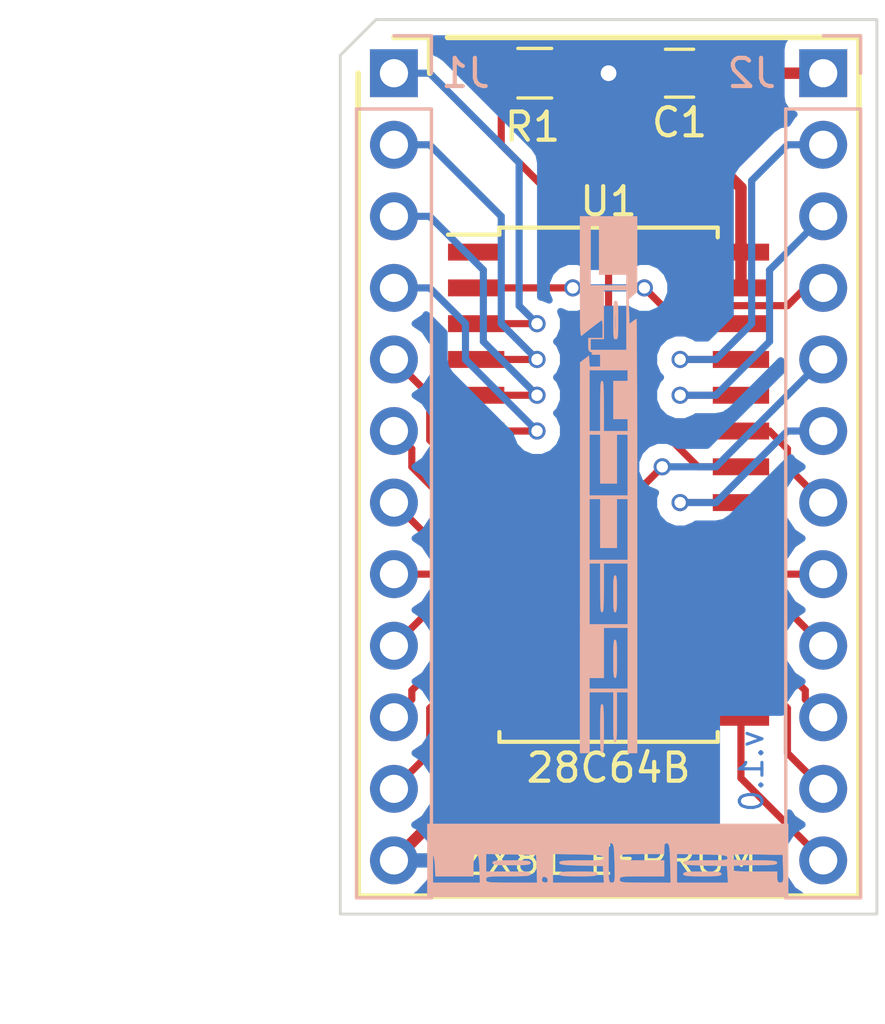
<source format=kicad_pcb>
(kicad_pcb (version 4) (host pcbnew 4.0.7)

  (general
    (links 29)
    (no_connects 0)
    (area 156.794999 99.644999 175.945001 131.495001)
    (thickness 1.6)
    (drawings 15)
    (tracks 121)
    (zones 0)
    (modules 7)
    (nets 28)
  )

  (page A4)
  (title_block
    (title "ZX81 EPROM Adapter (SMD)")
    (date 2018-03-05)
    (rev 1.0)
    (company fatla.eu)
  )

  (layers
    (0 F.Cu signal)
    (31 B.Cu signal)
    (32 B.Adhes user)
    (33 F.Adhes user)
    (34 B.Paste user)
    (35 F.Paste user)
    (36 B.SilkS user)
    (37 F.SilkS user)
    (38 B.Mask user)
    (39 F.Mask user)
    (40 Dwgs.User user)
    (41 Cmts.User user)
    (42 Eco1.User user)
    (43 Eco2.User user)
    (44 Edge.Cuts user)
    (45 Margin user)
    (46 B.CrtYd user)
    (47 F.CrtYd user)
    (48 B.Fab user)
    (49 F.Fab user)
  )

  (setup
    (last_trace_width 0.254)
    (trace_clearance 0.2032)
    (zone_clearance 0.508)
    (zone_45_only no)
    (trace_min 0.2032)
    (segment_width 0.2)
    (edge_width 0.1)
    (via_size 0.6096)
    (via_drill 0.4064)
    (via_min_size 0.4064)
    (via_min_drill 0.3048)
    (uvia_size 0.3)
    (uvia_drill 0.1)
    (uvias_allowed no)
    (uvia_min_size 0.2)
    (uvia_min_drill 0.1)
    (pcb_text_width 0.3)
    (pcb_text_size 1.5 1.5)
    (mod_edge_width 0.15)
    (mod_text_size 1 1)
    (mod_text_width 0.15)
    (pad_size 1.5 1.5)
    (pad_drill 0.6)
    (pad_to_mask_clearance 0)
    (aux_axis_origin 0 0)
    (visible_elements FFFFFF7F)
    (pcbplotparams
      (layerselection 0x00030_80000001)
      (usegerberextensions false)
      (excludeedgelayer true)
      (linewidth 0.100000)
      (plotframeref false)
      (viasonmask false)
      (mode 1)
      (useauxorigin false)
      (hpglpennumber 1)
      (hpglpenspeed 20)
      (hpglpendiameter 15)
      (hpglpenoverlay 2)
      (psnegative false)
      (psa4output false)
      (plotreference true)
      (plotvalue true)
      (plotinvisibletext false)
      (padsonsilk false)
      (subtractmaskfromsilk false)
      (outputformat 1)
      (mirror false)
      (drillshape 1)
      (scaleselection 1)
      (outputdirectory ""))
  )

  (net 0 "")
  (net 1 VCC)
  (net 2 GND)
  (net 3 A7)
  (net 4 A6)
  (net 5 A5)
  (net 6 A4)
  (net 7 A3)
  (net 8 A2)
  (net 9 A1)
  (net 10 A0)
  (net 11 D0)
  (net 12 D1)
  (net 13 D2)
  (net 14 A8)
  (net 15 A9)
  (net 16 A12)
  (net 17 ~CS~)
  (net 18 A10)
  (net 19 A11)
  (net 20 D7)
  (net 21 D6)
  (net 22 D5)
  (net 23 D4)
  (net 24 D3)
  (net 25 /~CE~)
  (net 26 "Net-(U1-Pad1)")
  (net 27 "Net-(U1-Pad26)")

  (net_class Default "This is the default net class."
    (clearance 0.2032)
    (trace_width 0.254)
    (via_dia 0.6096)
    (via_drill 0.4064)
    (uvia_dia 0.3)
    (uvia_drill 0.1)
    (add_net /~CE~)
    (add_net A0)
    (add_net A1)
    (add_net A10)
    (add_net A11)
    (add_net A12)
    (add_net A2)
    (add_net A3)
    (add_net A4)
    (add_net A5)
    (add_net A6)
    (add_net A7)
    (add_net A8)
    (add_net A9)
    (add_net D0)
    (add_net D1)
    (add_net D2)
    (add_net D3)
    (add_net D4)
    (add_net D5)
    (add_net D6)
    (add_net D7)
    (add_net "Net-(U1-Pad1)")
    (add_net "Net-(U1-Pad26)")
    (add_net ~CS~)
  )

  (net_class PWR ""
    (clearance 0.2032)
    (trace_width 0.4064)
    (via_dia 0.762)
    (via_drill 0.5588)
    (uvia_dia 0.3)
    (uvia_drill 0.1)
    (add_net GND)
    (add_net VCC)
  )

  (module Pin_Headers:Pin_Header_Straight_1x12_Pitch2.54mm locked (layer B.Cu) (tedit 59650532) (tstamp 5A9D0018)
    (at 173.99 101.6 180)
    (descr "Through hole straight pin header, 1x12, 2.54mm pitch, single row")
    (tags "Through hole pin header THT 1x12 2.54mm single row")
    (path /5A3B6D10)
    (fp_text reference J2 (at 2.54 0 180) (layer B.SilkS)
      (effects (font (size 1 1) (thickness 0.15)) (justify mirror))
    )
    (fp_text value ROM2 (at 0 -30.27 180) (layer B.Fab)
      (effects (font (size 1 1) (thickness 0.15)) (justify mirror))
    )
    (fp_line (start -0.635 1.27) (end 1.27 1.27) (layer B.Fab) (width 0.1))
    (fp_line (start 1.27 1.27) (end 1.27 -29.21) (layer B.Fab) (width 0.1))
    (fp_line (start 1.27 -29.21) (end -1.27 -29.21) (layer B.Fab) (width 0.1))
    (fp_line (start -1.27 -29.21) (end -1.27 0.635) (layer B.Fab) (width 0.1))
    (fp_line (start -1.27 0.635) (end -0.635 1.27) (layer B.Fab) (width 0.1))
    (fp_line (start -1.33 -29.27) (end 1.33 -29.27) (layer B.SilkS) (width 0.12))
    (fp_line (start -1.33 -1.27) (end -1.33 -29.27) (layer B.SilkS) (width 0.12))
    (fp_line (start 1.33 -1.27) (end 1.33 -29.27) (layer B.SilkS) (width 0.12))
    (fp_line (start -1.33 -1.27) (end 1.33 -1.27) (layer B.SilkS) (width 0.12))
    (fp_line (start -1.33 0) (end -1.33 1.33) (layer B.SilkS) (width 0.12))
    (fp_line (start -1.33 1.33) (end 0 1.33) (layer B.SilkS) (width 0.12))
    (fp_line (start -1.8 1.8) (end -1.8 -29.75) (layer B.CrtYd) (width 0.05))
    (fp_line (start -1.8 -29.75) (end 1.8 -29.75) (layer B.CrtYd) (width 0.05))
    (fp_line (start 1.8 -29.75) (end 1.8 1.8) (layer B.CrtYd) (width 0.05))
    (fp_line (start 1.8 1.8) (end -1.8 1.8) (layer B.CrtYd) (width 0.05))
    (fp_text user %R (at 0 -13.97 450) (layer B.Fab)
      (effects (font (size 1 1) (thickness 0.15)) (justify mirror))
    )
    (pad 1 thru_hole rect (at 0 0 180) (size 1.7 1.7) (drill 1) (layers *.Cu *.Mask)
      (net 1 VCC))
    (pad 2 thru_hole oval (at 0 -2.54 180) (size 1.7 1.7) (drill 1) (layers *.Cu *.Mask)
      (net 14 A8))
    (pad 3 thru_hole oval (at 0 -5.08 180) (size 1.7 1.7) (drill 1) (layers *.Cu *.Mask)
      (net 15 A9))
    (pad 4 thru_hole oval (at 0 -7.62 180) (size 1.7 1.7) (drill 1) (layers *.Cu *.Mask)
      (net 16 A12))
    (pad 5 thru_hole oval (at 0 -10.16 180) (size 1.7 1.7) (drill 1) (layers *.Cu *.Mask)
      (net 17 ~CS~))
    (pad 6 thru_hole oval (at 0 -12.7 180) (size 1.7 1.7) (drill 1) (layers *.Cu *.Mask)
      (net 18 A10))
    (pad 7 thru_hole oval (at 0 -15.24 180) (size 1.7 1.7) (drill 1) (layers *.Cu *.Mask)
      (net 19 A11))
    (pad 8 thru_hole oval (at 0 -17.78 180) (size 1.7 1.7) (drill 1) (layers *.Cu *.Mask)
      (net 20 D7))
    (pad 9 thru_hole oval (at 0 -20.32 180) (size 1.7 1.7) (drill 1) (layers *.Cu *.Mask)
      (net 21 D6))
    (pad 10 thru_hole oval (at 0 -22.86 180) (size 1.7 1.7) (drill 1) (layers *.Cu *.Mask)
      (net 22 D5))
    (pad 11 thru_hole oval (at 0 -25.4 180) (size 1.7 1.7) (drill 1) (layers *.Cu *.Mask)
      (net 23 D4))
    (pad 12 thru_hole oval (at 0 -27.94 180) (size 1.7 1.7) (drill 1) (layers *.Cu *.Mask)
      (net 24 D3))
    (model ${KISYS3DMOD}/Pin_Headers.3dshapes/Pin_Header_Straight_1x12_Pitch2.54mm.wrl
      (at (xyz 0 0 0))
      (scale (xyz 1 1 1))
      (rotate (xyz 0 0 0))
    )
  )

  (module Pin_Headers:Pin_Header_Straight_1x12_Pitch2.54mm locked (layer B.Cu) (tedit 59650532) (tstamp 5A9D0008)
    (at 158.75 101.6 180)
    (descr "Through hole straight pin header, 1x12, 2.54mm pitch, single row")
    (tags "Through hole pin header THT 1x12 2.54mm single row")
    (path /5A3B6CC6)
    (fp_text reference J1 (at -2.54 0 180) (layer B.SilkS)
      (effects (font (size 1 1) (thickness 0.15)) (justify mirror))
    )
    (fp_text value ROM1 (at 0 -30.27 180) (layer B.Fab)
      (effects (font (size 1 1) (thickness 0.15)) (justify mirror))
    )
    (fp_line (start -0.635 1.27) (end 1.27 1.27) (layer B.Fab) (width 0.1))
    (fp_line (start 1.27 1.27) (end 1.27 -29.21) (layer B.Fab) (width 0.1))
    (fp_line (start 1.27 -29.21) (end -1.27 -29.21) (layer B.Fab) (width 0.1))
    (fp_line (start -1.27 -29.21) (end -1.27 0.635) (layer B.Fab) (width 0.1))
    (fp_line (start -1.27 0.635) (end -0.635 1.27) (layer B.Fab) (width 0.1))
    (fp_line (start -1.33 -29.27) (end 1.33 -29.27) (layer B.SilkS) (width 0.12))
    (fp_line (start -1.33 -1.27) (end -1.33 -29.27) (layer B.SilkS) (width 0.12))
    (fp_line (start 1.33 -1.27) (end 1.33 -29.27) (layer B.SilkS) (width 0.12))
    (fp_line (start -1.33 -1.27) (end 1.33 -1.27) (layer B.SilkS) (width 0.12))
    (fp_line (start -1.33 0) (end -1.33 1.33) (layer B.SilkS) (width 0.12))
    (fp_line (start -1.33 1.33) (end 0 1.33) (layer B.SilkS) (width 0.12))
    (fp_line (start -1.8 1.8) (end -1.8 -29.75) (layer B.CrtYd) (width 0.05))
    (fp_line (start -1.8 -29.75) (end 1.8 -29.75) (layer B.CrtYd) (width 0.05))
    (fp_line (start 1.8 -29.75) (end 1.8 1.8) (layer B.CrtYd) (width 0.05))
    (fp_line (start 1.8 1.8) (end -1.8 1.8) (layer B.CrtYd) (width 0.05))
    (fp_text user %R (at 0 -13.97 450) (layer B.Fab)
      (effects (font (size 1 1) (thickness 0.15)) (justify mirror))
    )
    (pad 1 thru_hole rect (at 0 0 180) (size 1.7 1.7) (drill 1) (layers *.Cu *.Mask)
      (net 3 A7))
    (pad 2 thru_hole oval (at 0 -2.54 180) (size 1.7 1.7) (drill 1) (layers *.Cu *.Mask)
      (net 4 A6))
    (pad 3 thru_hole oval (at 0 -5.08 180) (size 1.7 1.7) (drill 1) (layers *.Cu *.Mask)
      (net 5 A5))
    (pad 4 thru_hole oval (at 0 -7.62 180) (size 1.7 1.7) (drill 1) (layers *.Cu *.Mask)
      (net 6 A4))
    (pad 5 thru_hole oval (at 0 -10.16 180) (size 1.7 1.7) (drill 1) (layers *.Cu *.Mask)
      (net 7 A3))
    (pad 6 thru_hole oval (at 0 -12.7 180) (size 1.7 1.7) (drill 1) (layers *.Cu *.Mask)
      (net 8 A2))
    (pad 7 thru_hole oval (at 0 -15.24 180) (size 1.7 1.7) (drill 1) (layers *.Cu *.Mask)
      (net 9 A1))
    (pad 8 thru_hole oval (at 0 -17.78 180) (size 1.7 1.7) (drill 1) (layers *.Cu *.Mask)
      (net 10 A0))
    (pad 9 thru_hole oval (at 0 -20.32 180) (size 1.7 1.7) (drill 1) (layers *.Cu *.Mask)
      (net 11 D0))
    (pad 10 thru_hole oval (at 0 -22.86 180) (size 1.7 1.7) (drill 1) (layers *.Cu *.Mask)
      (net 12 D1))
    (pad 11 thru_hole oval (at 0 -25.4 180) (size 1.7 1.7) (drill 1) (layers *.Cu *.Mask)
      (net 13 D2))
    (pad 12 thru_hole oval (at 0 -27.94 180) (size 1.7 1.7) (drill 1) (layers *.Cu *.Mask)
      (net 2 GND))
    (model ${KISYS3DMOD}/Pin_Headers.3dshapes/Pin_Header_Straight_1x12_Pitch2.54mm.wrl
      (at (xyz 0 0 0))
      (scale (xyz 1 1 1))
      (rotate (xyz 0 0 0))
    )
  )

  (module Resistors_SMD:R_0805_HandSoldering (layer F.Cu) (tedit 58E0A804) (tstamp 5A9D002C)
    (at 163.75 101.6 180)
    (descr "Resistor SMD 0805, hand soldering")
    (tags "resistor 0805")
    (path /5A3B807B)
    (attr smd)
    (fp_text reference R1 (at 0.08 -1.905 360) (layer F.SilkS)
      (effects (font (size 1 1) (thickness 0.15)))
    )
    (fp_text value 1k0 (at 0 1.75 180) (layer F.Fab)
      (effects (font (size 1 1) (thickness 0.15)))
    )
    (fp_text user %R (at 0 0 180) (layer F.Fab)
      (effects (font (size 0.5 0.5) (thickness 0.075)))
    )
    (fp_line (start -1 0.62) (end -1 -0.62) (layer F.Fab) (width 0.1))
    (fp_line (start 1 0.62) (end -1 0.62) (layer F.Fab) (width 0.1))
    (fp_line (start 1 -0.62) (end 1 0.62) (layer F.Fab) (width 0.1))
    (fp_line (start -1 -0.62) (end 1 -0.62) (layer F.Fab) (width 0.1))
    (fp_line (start 0.6 0.88) (end -0.6 0.88) (layer F.SilkS) (width 0.12))
    (fp_line (start -0.6 -0.88) (end 0.6 -0.88) (layer F.SilkS) (width 0.12))
    (fp_line (start -2.35 -0.9) (end 2.35 -0.9) (layer F.CrtYd) (width 0.05))
    (fp_line (start -2.35 -0.9) (end -2.35 0.9) (layer F.CrtYd) (width 0.05))
    (fp_line (start 2.35 0.9) (end 2.35 -0.9) (layer F.CrtYd) (width 0.05))
    (fp_line (start 2.35 0.9) (end -2.35 0.9) (layer F.CrtYd) (width 0.05))
    (pad 1 smd rect (at -1.35 0 180) (size 1.5 1.3) (layers F.Cu F.Paste F.Mask)
      (net 2 GND))
    (pad 2 smd rect (at 1.35 0 180) (size 1.5 1.3) (layers F.Cu F.Paste F.Mask)
      (net 25 /~CE~))
    (model ${KISYS3DMOD}/Resistors_SMD.3dshapes/R_0805.wrl
      (at (xyz 0 0 0))
      (scale (xyz 1 1 1))
      (rotate (xyz 0 0 0))
    )
  )

  (module "ZX Speccy:fatla_eu" (layer B.Cu) (tedit 5AA80F6C) (tstamp 5A9E3F45)
    (at 166.37 129.54 180)
    (fp_text reference G1 (at 0 0 180) (layer B.SilkS) hide
      (effects (font (thickness 0.3)) (justify mirror))
    )
    (fp_text value LOGO (at 0.75 0 180) (layer B.SilkS) hide
      (effects (font (thickness 0.3)) (justify mirror))
    )
    (fp_poly (pts (xy 6.434666 -1.298222) (xy -6.378222 -1.298222) (xy -6.378222 -0.533189) (xy -6.203069 -0.533189)
      (xy -6.19931 -0.679142) (xy -6.181327 -0.756045) (xy -6.144751 -0.785752) (xy -6.098198 -0.790222)
      (xy -4.239233 -0.790222) (xy -2.427111 -0.790222) (xy -2.204808 -0.790222) (xy -1.29996 -0.790222)
      (xy -0.961898 -0.789565) (xy -0.720494 -0.786245) (xy -0.559519 -0.778236) (xy -0.462743 -0.763514)
      (xy -0.413936 -0.740054) (xy -0.396871 -0.705831) (xy -0.395111 -0.677333) (xy -0.400973 -0.632661)
      (xy -0.430125 -0.601637) (xy -0.499915 -0.581784) (xy -0.627692 -0.570621) (xy -0.830804 -0.565672)
      (xy -1.126599 -0.564457) (xy -1.185334 -0.564444) (xy -1.975556 -0.564444) (xy -1.975556 -0.388394)
      (xy -0.219092 -0.388394) (xy -0.21868 -0.583048) (xy -0.209515 -0.701989) (xy -0.188942 -0.763778)
      (xy -0.154307 -0.786976) (xy -0.114626 -0.790222) (xy 0.163434 -0.790222) (xy 1.975555 -0.790222)
      (xy 1.975555 -0.692092) (xy 2.155509 -0.692092) (xy 2.176307 -0.772435) (xy 2.253639 -0.790222)
      (xy 2.535605 -0.790222) (xy 3.440913 -0.790222) (xy 4.567605 -0.790222) (xy 6.321778 -0.790222)
      (xy 6.321778 -0.277518) (xy 6.317674 -0.022948) (xy 6.304005 0.133125) (xy 6.278731 0.204842)
      (xy 6.251222 0.211872) (xy 6.20659 0.141153) (xy 6.175562 -0.029028) (xy 6.163976 -0.187943)
      (xy 6.147286 -0.564444) (xy 4.797778 -0.564444) (xy 4.797778 -0.165194) (xy 4.794537 0.043633)
      (xy 4.780973 0.161863) (xy 4.751321 0.211694) (xy 4.699815 0.215325) (xy 4.699 0.215171)
      (xy 4.650056 0.189749) (xy 4.618205 0.121644) (xy 4.598578 -0.010809) (xy 4.586307 -0.229275)
      (xy 4.583913 -0.296968) (xy 4.567605 -0.790222) (xy 3.440913 -0.790222) (xy 3.779074 -0.789566)
      (xy 4.020572 -0.786248) (xy 4.181634 -0.778246) (xy 4.278484 -0.763536) (xy 4.327348 -0.740094)
      (xy 4.344451 -0.705899) (xy 4.346222 -0.677333) (xy 4.34036 -0.632661) (xy 4.311208 -0.601637)
      (xy 4.241418 -0.581784) (xy 4.113641 -0.570621) (xy 3.91053 -0.565672) (xy 3.614735 -0.564457)
      (xy 3.556 -0.564444) (xy 3.237297 -0.562749) (xy 3.015274 -0.55651) (xy 2.873758 -0.543992)
      (xy 2.796575 -0.523464) (xy 2.767551 -0.493193) (xy 2.765778 -0.479778) (xy 2.781596 -0.445631)
      (xy 2.839832 -0.421843) (xy 2.956661 -0.40668) (xy 3.148256 -0.398411) (xy 3.43079 -0.395301)
      (xy 3.556 -0.395111) (xy 4.346222 -0.395111) (xy 4.346222 0.228645) (xy 3.457222 0.2131)
      (xy 2.568222 0.197556) (xy 2.551913 -0.296333) (xy 2.535605 -0.790222) (xy 2.253639 -0.790222)
      (xy 2.350139 -0.753034) (xy 2.370666 -0.673194) (xy 2.33519 -0.589563) (xy 2.257858 -0.575808)
      (xy 2.182318 -0.628096) (xy 2.155509 -0.692092) (xy 1.975555 -0.692092) (xy 1.975555 0.228645)
      (xy 1.08727 0.2131) (xy 0.749807 0.206051) (xy 0.508804 0.197214) (xy 0.347832 0.18452)
      (xy 0.250462 0.165897) (xy 0.200265 0.139276) (xy 0.180813 0.102586) (xy 0.18002 0.098778)
      (xy 0.181193 0.059676) (xy 0.21337 0.032455) (xy 0.29319 0.014998) (xy 0.437291 0.005183)
      (xy 0.662312 0.000892) (xy 0.955417 0) (xy 1.275943 -0.001757) (xy 1.499563 -0.008142)
      (xy 1.642217 -0.02082) (xy 1.719848 -0.041459) (xy 1.748399 -0.071727) (xy 1.749778 -0.083074)
      (xy 1.73163 -0.117419) (xy 1.666608 -0.142328) (xy 1.538844 -0.159821) (xy 1.33247 -0.171917)
      (xy 1.031619 -0.180635) (xy 0.973666 -0.181851) (xy 0.197555 -0.197555) (xy 0.180494 -0.493889)
      (xy 0.163434 -0.790222) (xy -0.114626 -0.790222) (xy -0.067189 -0.784176) (xy -0.035027 -0.753836)
      (xy -0.015185 -0.680896) (xy -0.004706 -0.547053) (xy -0.000633 -0.334) (xy 0 -0.080528)
      (xy -0.001283 0.21381) (xy -0.006798 0.412775) (xy -0.019051 0.533873) (xy -0.040542 0.594607)
      (xy -0.073776 0.61248) (xy -0.098778 0.61023) (xy -0.140892 0.58992) (xy -0.170214 0.535594)
      (xy -0.189745 0.428682) (xy -0.202484 0.250617) (xy -0.211429 -0.017172) (xy -0.213404 -0.099465)
      (xy -0.219092 -0.388394) (xy -1.975556 -0.388394) (xy -1.975556 0) (xy -1.185334 0)
      (xy -0.87263 0.000838) (xy -0.655464 0.005002) (xy -0.516487 0.014972) (xy -0.43835 0.033226)
      (xy -0.403706 0.062242) (xy -0.395205 0.104498) (xy -0.395111 0.112889) (xy -0.400973 0.157561)
      (xy -0.430125 0.188585) (xy -0.499915 0.208439) (xy -0.627692 0.219601) (xy -0.830804 0.22455)
      (xy -1.126599 0.225765) (xy -1.185334 0.225778) (xy -1.975556 0.225778) (xy -1.975556 0.427472)
      (xy -1.986553 0.56266) (xy -2.028669 0.61164) (xy -2.074334 0.61023) (xy -2.116447 0.58992)
      (xy -2.14577 0.535594) (xy -2.165301 0.428682) (xy -2.178039 0.250617) (xy -2.186984 -0.017172)
      (xy -2.18896 -0.099465) (xy -2.204808 -0.790222) (xy -2.427111 -0.790222) (xy -2.427111 0.228645)
      (xy -3.315396 0.2131) (xy -3.652859 0.206051) (xy -3.893863 0.197214) (xy -4.054835 0.18452)
      (xy -4.152205 0.165897) (xy -4.202401 0.139276) (xy -4.221853 0.102586) (xy -4.222646 0.098778)
      (xy -4.221474 0.059676) (xy -4.189297 0.032455) (xy -4.109477 0.014998) (xy -3.965375 0.005183)
      (xy -3.740354 0.000892) (xy -3.44725 0) (xy -3.126723 -0.001757) (xy -2.903104 -0.008142)
      (xy -2.76045 -0.02082) (xy -2.682818 -0.041459) (xy -2.654267 -0.071727) (xy -2.652889 -0.083074)
      (xy -2.671037 -0.117419) (xy -2.736059 -0.142328) (xy -2.863823 -0.159821) (xy -3.070196 -0.171917)
      (xy -3.371048 -0.180635) (xy -3.429 -0.181851) (xy -4.205111 -0.197555) (xy -4.222172 -0.493889)
      (xy -4.239233 -0.790222) (xy -6.098198 -0.790222) (xy -6.019068 -0.768938) (xy -5.987063 -0.684818)
      (xy -5.983111 -0.592666) (xy -5.983111 -0.395111) (xy -5.192889 -0.395111) (xy -4.880186 -0.394273)
      (xy -4.66302 -0.390109) (xy -4.524043 -0.380139) (xy -4.445906 -0.361885) (xy -4.411261 -0.332869)
      (xy -4.40276 -0.290613) (xy -4.402667 -0.282222) (xy -4.408529 -0.23755) (xy -4.437681 -0.206526)
      (xy -4.507471 -0.186672) (xy -4.635248 -0.17551) (xy -4.838359 -0.170561) (xy -5.134154 -0.169346)
      (xy -5.192889 -0.169333) (xy -5.511592 -0.167638) (xy -5.733615 -0.161399) (xy -5.875131 -0.148881)
      (xy -5.952314 -0.128353) (xy -5.981337 -0.098082) (xy -5.983111 -0.084666) (xy -5.967293 -0.05052)
      (xy -5.909056 -0.026731) (xy -5.792227 -0.011569) (xy -5.600633 -0.003299) (xy -5.318098 -0.00019)
      (xy -5.192889 0) (xy -4.880263 0.000807) (xy -4.663163 0.004903) (xy -4.524226 0.014799)
      (xy -4.446092 0.033007) (xy -4.4114 0.062038) (xy -4.402788 0.104405) (xy -4.402667 0.114322)
      (xy -4.407353 0.157251) (xy -4.432336 0.187419) (xy -4.494005 0.206646) (xy -4.608748 0.216755)
      (xy -4.792952 0.219565) (xy -5.063005 0.216897) (xy -5.291667 0.2131) (xy -6.180667 0.197556)
      (xy -6.196976 -0.296333) (xy -6.203069 -0.533189) (xy -6.378222 -0.533189) (xy -6.378222 1.298222)
      (xy 6.434666 1.298222) (xy 6.434666 -1.298222)) (layer B.SilkS) (width 0.01))
    (fp_poly (pts (xy -3.038195 -0.397234) (xy -2.841732 -0.405041) (xy -2.723563 -0.420692) (xy -2.666418 -0.446346)
      (xy -2.652889 -0.479778) (xy -2.669872 -0.516281) (xy -2.732333 -0.540839) (xy -2.857542 -0.55561)
      (xy -3.062769 -0.562753) (xy -3.330222 -0.564444) (xy -3.62225 -0.562321) (xy -3.818713 -0.554514)
      (xy -3.936882 -0.538863) (xy -3.994027 -0.513209) (xy -4.007556 -0.479778) (xy -3.990573 -0.443274)
      (xy -3.928112 -0.418716) (xy -3.802903 -0.403945) (xy -3.597676 -0.396802) (xy -3.330222 -0.395111)
      (xy -3.038195 -0.397234)) (layer B.SilkS) (width 0.01))
    (fp_poly (pts (xy 1.364471 -0.397234) (xy 1.560935 -0.405041) (xy 1.679104 -0.420692) (xy 1.736249 -0.446346)
      (xy 1.749778 -0.479778) (xy 1.732795 -0.516281) (xy 1.670334 -0.540839) (xy 1.545125 -0.55561)
      (xy 1.339898 -0.562753) (xy 1.072444 -0.564444) (xy 0.780417 -0.562321) (xy 0.583954 -0.554514)
      (xy 0.465784 -0.538863) (xy 0.408639 -0.513209) (xy 0.395111 -0.479778) (xy 0.412093 -0.443274)
      (xy 0.474554 -0.418716) (xy 0.599763 -0.403945) (xy 0.80499 -0.396802) (xy 1.072444 -0.395111)
      (xy 1.364471 -0.397234)) (layer B.SilkS) (width 0.01))
    (fp_poly (pts (xy 3.735138 -0.002123) (xy 3.931601 -0.00993) (xy 4.049771 -0.025581) (xy 4.106916 -0.051235)
      (xy 4.120444 -0.084666) (xy 4.103462 -0.12117) (xy 4.041001 -0.145728) (xy 3.915792 -0.160499)
      (xy 3.710565 -0.167642) (xy 3.443111 -0.169333) (xy 3.151084 -0.16721) (xy 2.95462 -0.159403)
      (xy 2.836451 -0.143752) (xy 2.779306 -0.118098) (xy 2.765778 -0.084666) (xy 2.78276 -0.048163)
      (xy 2.845221 -0.023605) (xy 2.97043 -0.008834) (xy 3.175657 -0.001691) (xy 3.443111 0)
      (xy 3.735138 -0.002123)) (layer B.SilkS) (width 0.01))
  )

  (module Capacitors_SMD:C_0805_HandSoldering (layer F.Cu) (tedit 58AA84A8) (tstamp 5AA79162)
    (at 168.89 101.6 180)
    (descr "Capacitor SMD 0805, hand soldering")
    (tags "capacitor 0805")
    (path /5A3B6EF9)
    (attr smd)
    (fp_text reference C1 (at 0 -1.75 180) (layer F.SilkS)
      (effects (font (size 1 1) (thickness 0.15)))
    )
    (fp_text value 100nF (at 0 1.75 180) (layer F.Fab)
      (effects (font (size 1 1) (thickness 0.15)))
    )
    (fp_text user %R (at 0 -1.75 180) (layer F.Fab)
      (effects (font (size 1 1) (thickness 0.15)))
    )
    (fp_line (start -1 0.62) (end -1 -0.62) (layer F.Fab) (width 0.1))
    (fp_line (start 1 0.62) (end -1 0.62) (layer F.Fab) (width 0.1))
    (fp_line (start 1 -0.62) (end 1 0.62) (layer F.Fab) (width 0.1))
    (fp_line (start -1 -0.62) (end 1 -0.62) (layer F.Fab) (width 0.1))
    (fp_line (start 0.5 -0.85) (end -0.5 -0.85) (layer F.SilkS) (width 0.12))
    (fp_line (start -0.5 0.85) (end 0.5 0.85) (layer F.SilkS) (width 0.12))
    (fp_line (start -2.25 -0.88) (end 2.25 -0.88) (layer F.CrtYd) (width 0.05))
    (fp_line (start -2.25 -0.88) (end -2.25 0.87) (layer F.CrtYd) (width 0.05))
    (fp_line (start 2.25 0.87) (end 2.25 -0.88) (layer F.CrtYd) (width 0.05))
    (fp_line (start 2.25 0.87) (end -2.25 0.87) (layer F.CrtYd) (width 0.05))
    (pad 1 smd rect (at -1.25 0 180) (size 1.5 1.25) (layers F.Cu F.Paste F.Mask)
      (net 1 VCC))
    (pad 2 smd rect (at 1.25 0 180) (size 1.5 1.25) (layers F.Cu F.Paste F.Mask)
      (net 2 GND))
    (model Capacitors_SMD.3dshapes/C_0805.wrl
      (at (xyz 0 0 0))
      (scale (xyz 1 1 1))
      (rotate (xyz 0 0 0))
    )
  )

  (module "ZX Speccy:logo-speccypl" (layer B.Cu) (tedit 5AA80F74) (tstamp 5AA80EE2)
    (at 166.37 116.205 90)
    (fp_text reference G2 (at 0 0 90) (layer B.SilkS) hide
      (effects (font (thickness 0.3)) (justify mirror))
    )
    (fp_text value LOGO (at 0.75 0 90) (layer B.SilkS) hide
      (effects (font (thickness 0.3)) (justify mirror))
    )
    (fp_poly (pts (xy -1.019415 1.015865) (xy -0.241512 1.015468) (xy 0.509175 1.014822) (xy 1.228443 1.013942)
      (xy 1.912091 1.012841) (xy 2.55592 1.011533) (xy 3.155726 1.010032) (xy 3.70731 1.00835)
      (xy 4.206471 1.006503) (xy 4.649006 1.004503) (xy 5.030715 1.002364) (xy 5.347398 1.0001)
      (xy 5.594851 0.997725) (xy 5.768876 0.995251) (xy 5.86527 0.992694) (xy 5.884333 0.990928)
      (xy 5.860647 0.943843) (xy 5.802899 0.862564) (xy 5.795701 0.853344) (xy 5.707069 0.740834)
      (xy 6.582833 0.715068) (xy 6.714319 0.865534) (xy 6.845806 1.016) (xy 9.525 1.016)
      (xy 9.525 -1.016) (xy 7.380605 -1.016) (xy 6.899688 -1.01588) (xy 6.496817 -1.015364)
      (xy 6.165372 -1.014216) (xy 5.898733 -1.012201) (xy 5.690279 -1.009082) (xy 5.53339 -1.004625)
      (xy 5.421445 -0.998593) (xy 5.347825 -0.99075) (xy 5.30591 -0.980862) (xy 5.289078 -0.968692)
      (xy 5.290709 -0.954005) (xy 5.299449 -0.941916) (xy 5.385606 -0.837787) (xy 5.489854 -0.707182)
      (xy 5.599475 -0.566673) (xy 5.701748 -0.43283) (xy 5.783954 -0.322225) (xy 5.833372 -0.25143)
      (xy 5.842 -0.235093) (xy 5.80312 -0.223894) (xy 5.700277 -0.215611) (xy 5.554161 -0.211768)
      (xy 5.5245 -0.211666) (xy 5.207 -0.211666) (xy 5.207 -0.719666) (xy 4.970203 -0.719666)
      (xy 4.831695 -0.715394) (xy 4.755513 -0.697569) (xy 4.719533 -0.658679) (xy 4.71033 -0.631421)
      (xy 4.685244 -0.574702) (xy 4.653592 -0.596342) (xy 4.651441 -0.599671) (xy 4.628157 -0.603388)
      (xy 4.616246 -0.52779) (xy 4.614981 -0.47625) (xy 4.614333 -0.296333) (xy 4.191 -0.296333)
      (xy 4.191 -0.672694) (xy 4.384762 -0.685597) (xy 4.578525 -0.6985) (xy 4.458846 -0.855707)
      (xy 4.339166 -1.012914) (xy -9.525 -1.016) (xy -9.525 -0.677333) (xy -7.366 -0.677333)
      (xy -7.366 0.169334) (xy -8.255 0.169334) (xy -8.555113 0.170059) (xy -8.780664 0.172714)
      (xy -8.941747 0.178021) (xy -9.04846 0.186701) (xy -9.110896 0.199474) (xy -9.139152 0.217063)
      (xy -9.144 0.232834) (xy -9.133852 0.25427) (xy -9.096677 0.270381) (xy -9.022378 0.281887)
      (xy -8.900862 0.289509) (xy -8.722032 0.293969) (xy -8.475792 0.295987) (xy -8.255 0.296334)
      (xy -7.366 0.296334) (xy -7.366 0.677334) (xy -7.239 0.677334) (xy -7.239 -0.677333)
      (xy -6.858 -0.677333) (xy -6.858 -0.169333) (xy -5.08 -0.169333) (xy -5.08 0.677334)
      (xy -4.953 0.677334) (xy -4.953 -0.677333) (xy -2.794 -0.677333) (xy -2.794 -0.296333)
      (xy -3.661834 -0.296333) (xy -3.957945 -0.295584) (xy -4.179608 -0.29284) (xy -4.337033 -0.287354)
      (xy -4.440428 -0.278378) (xy -4.500004 -0.265166) (xy -4.52597 -0.24697) (xy -4.529667 -0.232833)
      (xy -4.519435 -0.211166) (xy -4.481934 -0.194947) (xy -4.406953 -0.183428) (xy -4.284284 -0.175863)
      (xy -4.103717 -0.171503) (xy -3.855042 -0.169603) (xy -3.661834 -0.169333) (xy -2.794 -0.169333)
      (xy -2.794 0.677334) (xy -2.667 0.677334) (xy -2.667 -0.677333) (xy -0.508 -0.677333)
      (xy -0.508 -0.296333) (xy -2.243667 -0.296333) (xy -2.243667 0.296334) (xy -0.508 0.296334)
      (xy -0.508 0.677334) (xy -0.381 0.677334) (xy -0.381 -0.677333) (xy 1.778 -0.677333)
      (xy 1.778 -0.296333) (xy 0.042333 -0.296333) (xy 0.042333 0.296334) (xy 1.778 0.296334)
      (xy 1.778 0.677334) (xy 1.905 0.677334) (xy 1.905 -0.169333) (xy 2.794 -0.169333)
      (xy 3.094112 -0.170058) (xy 3.319663 -0.172713) (xy 3.480746 -0.17802) (xy 3.587459 -0.1867)
      (xy 3.649895 -0.199473) (xy 3.678151 -0.217062) (xy 3.683 -0.232833) (xy 3.672851 -0.254269)
      (xy 3.635676 -0.27038) (xy 3.561377 -0.281886) (xy 3.439861 -0.289508) (xy 3.261031 -0.293968)
      (xy 3.014791 -0.295986) (xy 2.794 -0.296333) (xy 1.905 -0.296333) (xy 1.905 -0.677333)
      (xy 4.064 -0.677333) (xy 4.064 0.635) (xy 4.783666 0.635) (xy 4.783666 -0.635)
      (xy 5.164666 -0.635) (xy 5.164666 -0.169333) (xy 6.900333 -0.169333) (xy 6.900333 0.635)
      (xy 7.069666 0.635) (xy 7.069666 -0.635) (xy 9.186333 -0.635) (xy 9.186333 -0.338666)
      (xy 7.450666 -0.338666) (xy 7.450666 0.635) (xy 7.069666 0.635) (xy 6.900333 0.635)
      (xy 4.783666 0.635) (xy 4.064 0.635) (xy 4.064 0.677334) (xy 3.683 0.677334)
      (xy 3.683 0.169334) (xy 2.328333 0.169334) (xy 2.328333 0.677334) (xy 1.905 0.677334)
      (xy 1.778 0.677334) (xy -0.381 0.677334) (xy -0.508 0.677334) (xy -2.667 0.677334)
      (xy -2.794 0.677334) (xy -4.953 0.677334) (xy -5.08 0.677334) (xy -7.239 0.677334)
      (xy -7.366 0.677334) (xy -9.525 0.677334) (xy -9.525 1.016) (xy -1.820334 1.016)
      (xy -1.019415 1.015865)) (layer B.SilkS) (width 0.01))
    (fp_poly (pts (xy -8.361056 -0.170081) (xy -8.139393 -0.172826) (xy -7.981968 -0.178312) (xy -7.878573 -0.187288)
      (xy -7.818997 -0.2005) (xy -7.793031 -0.218696) (xy -7.789334 -0.232833) (xy -7.799566 -0.254499)
      (xy -7.837067 -0.270719) (xy -7.912048 -0.282238) (xy -8.034717 -0.289803) (xy -8.215284 -0.294162)
      (xy -8.463959 -0.296062) (xy -8.657167 -0.296333) (xy -8.953278 -0.295584) (xy -9.174941 -0.29284)
      (xy -9.332366 -0.287354) (xy -9.435761 -0.278378) (xy -9.495337 -0.265166) (xy -9.521303 -0.24697)
      (xy -9.525 -0.232833) (xy -9.514769 -0.211166) (xy -9.477267 -0.194947) (xy -9.402287 -0.183428)
      (xy -9.279618 -0.175863) (xy -9.09905 -0.171503) (xy -8.850375 -0.169603) (xy -8.657167 -0.169333)
      (xy -8.361056 -0.170081)) (layer B.SilkS) (width 0.01))
    (fp_poly (pts (xy -5.922935 0.295282) (xy -5.738417 0.291413) (xy -5.615678 0.283653) (xy -5.543283 0.270932)
      (xy -5.509798 0.252177) (xy -5.503334 0.232834) (xy -5.514551 0.208671) (xy -5.555826 0.191373)
      (xy -5.638593 0.179866) (xy -5.774287 0.173079) (xy -5.974343 0.16994) (xy -6.180667 0.169334)
      (xy -6.438399 0.170385) (xy -6.622917 0.174255) (xy -6.745656 0.182014) (xy -6.818051 0.194736)
      (xy -6.851537 0.213491) (xy -6.858 0.232834) (xy -6.846783 0.256996) (xy -6.805509 0.274295)
      (xy -6.722742 0.285802) (xy -6.587047 0.292589) (xy -6.386991 0.295728) (xy -6.180667 0.296334)
      (xy -5.922935 0.295282)) (layer B.SilkS) (width 0.01))
    (fp_poly (pts (xy -3.620336 0.295234) (xy -3.44022 0.291187) (xy -3.321554 0.28307) (xy -3.252741 0.269761)
      (xy -3.222182 0.250137) (xy -3.217334 0.232834) (xy -3.228696 0.208334) (xy -3.270516 0.190903)
      (xy -3.354392 0.17942) (xy -3.491922 0.17276) (xy -3.694703 0.169803) (xy -3.8735 0.169334)
      (xy -4.126665 0.170433) (xy -4.306781 0.174481) (xy -4.425447 0.182598) (xy -4.49426 0.195907)
      (xy -4.524819 0.215531) (xy -4.529667 0.232834) (xy -4.518305 0.257334) (xy -4.476485 0.274764)
      (xy -4.392609 0.286248) (xy -4.255079 0.292907) (xy -4.052298 0.295865) (xy -3.8735 0.296334)
      (xy -3.620336 0.295234)) (layer B.SilkS) (width 0.01))
    (fp_poly (pts (xy 6.095267 0.338173) (xy 6.276052 0.335674) (xy 6.396539 0.329649) (xy 6.468911 0.318574)
      (xy 6.505352 0.300926) (xy 6.518045 0.275182) (xy 6.519333 0.254) (xy 6.515378 0.222342)
      (xy 6.495391 0.199744) (xy 6.447189 0.184683) (xy 6.358588 0.175637) (xy 6.217405 0.171081)
      (xy 6.011455 0.169495) (xy 5.842 0.169334) (xy 5.588732 0.169828) (xy 5.407947 0.172327)
      (xy 5.28746 0.178352) (xy 5.215088 0.189427) (xy 5.178647 0.207075) (xy 5.165954 0.232819)
      (xy 5.165687 0.237223) (xy 5.458358 0.237223) (xy 5.480329 0.232474) (xy 5.572697 0.229152)
      (xy 5.728325 0.227704) (xy 5.757333 0.227676) (xy 5.922032 0.228797) (xy 6.024563 0.231861)
      (xy 6.057794 0.23642) (xy 6.014588 0.242027) (xy 6.00075 0.242951) (xy 5.80696 0.249029)
      (xy 5.59733 0.246799) (xy 5.513916 0.242951) (xy 5.458358 0.237223) (xy 5.165687 0.237223)
      (xy 5.164666 0.254) (xy 5.168621 0.285659) (xy 5.188608 0.308257) (xy 5.23681 0.323318)
      (xy 5.325411 0.332364) (xy 5.466594 0.33692) (xy 5.672544 0.338506) (xy 5.842 0.338667)
      (xy 6.095267 0.338173)) (layer B.SilkS) (width 0.01))
  )

  (module Housings_SOIC:SOIC-28W_7.5x17.9mm_Pitch1.27mm (layer F.Cu) (tedit 5AD3807B) (tstamp 5AD13740)
    (at 166.37 116.205)
    (descr "28-Lead Plastic Small Outline (SO) - Wide, 7.50 mm Body [SOIC] (see Microchip Packaging Specification 00000049BS.pdf)")
    (tags "SOIC 1.27")
    (path /5AD14158)
    (attr smd)
    (fp_text reference U1 (at 0 -10.05) (layer F.SilkS)
      (effects (font (size 1 1) (thickness 0.15)))
    )
    (fp_text value 28C64B (at 0 10.05) (layer F.SilkS)
      (effects (font (size 1 1) (thickness 0.15)))
    )
    (fp_line (start -2.75 -8.95) (end 3.75 -8.95) (layer F.Fab) (width 0.15))
    (fp_line (start 3.75 -8.95) (end 3.75 8.95) (layer F.Fab) (width 0.15))
    (fp_line (start 3.75 8.95) (end -3.75 8.95) (layer F.Fab) (width 0.15))
    (fp_line (start -3.75 8.95) (end -3.75 -7.95) (layer F.Fab) (width 0.15))
    (fp_line (start -3.75 -7.95) (end -2.75 -8.95) (layer F.Fab) (width 0.15))
    (fp_line (start -5.95 -9.3) (end -5.95 9.3) (layer F.CrtYd) (width 0.05))
    (fp_line (start 5.95 -9.3) (end 5.95 9.3) (layer F.CrtYd) (width 0.05))
    (fp_line (start -5.95 -9.3) (end 5.95 -9.3) (layer F.CrtYd) (width 0.05))
    (fp_line (start -5.95 9.3) (end 5.95 9.3) (layer F.CrtYd) (width 0.05))
    (fp_line (start -3.875 -9.125) (end -3.875 -8.875) (layer F.SilkS) (width 0.15))
    (fp_line (start 3.875 -9.125) (end 3.875 -8.78) (layer F.SilkS) (width 0.15))
    (fp_line (start 3.875 9.125) (end 3.875 8.78) (layer F.SilkS) (width 0.15))
    (fp_line (start -3.875 9.125) (end -3.875 8.78) (layer F.SilkS) (width 0.15))
    (fp_line (start -3.875 -9.125) (end 3.875 -9.125) (layer F.SilkS) (width 0.15))
    (fp_line (start -3.875 9.125) (end 3.875 9.125) (layer F.SilkS) (width 0.15))
    (fp_line (start -3.875 -8.875) (end -5.7 -8.875) (layer F.SilkS) (width 0.15))
    (pad 1 smd rect (at -4.7 -8.255) (size 2 0.6) (layers F.Cu F.Paste F.Mask)
      (net 26 "Net-(U1-Pad1)"))
    (pad 2 smd rect (at -4.7 -6.985) (size 2 0.6) (layers F.Cu F.Paste F.Mask)
      (net 16 A12))
    (pad 3 smd rect (at -4.7 -5.715) (size 2 0.6) (layers F.Cu F.Paste F.Mask)
      (net 3 A7))
    (pad 4 smd rect (at -4.7 -4.445) (size 2 0.6) (layers F.Cu F.Paste F.Mask)
      (net 4 A6))
    (pad 5 smd rect (at -4.7 -3.175) (size 2 0.6) (layers F.Cu F.Paste F.Mask)
      (net 5 A5))
    (pad 6 smd rect (at -4.7 -1.905) (size 2 0.6) (layers F.Cu F.Paste F.Mask)
      (net 6 A4))
    (pad 7 smd rect (at -4.7 -0.635) (size 2 0.6) (layers F.Cu F.Paste F.Mask)
      (net 7 A3))
    (pad 8 smd rect (at -4.7 0.635) (size 2 0.6) (layers F.Cu F.Paste F.Mask)
      (net 8 A2))
    (pad 9 smd rect (at -4.7 1.905) (size 2 0.6) (layers F.Cu F.Paste F.Mask)
      (net 9 A1))
    (pad 10 smd rect (at -4.7 3.175) (size 2 0.6) (layers F.Cu F.Paste F.Mask)
      (net 10 A0))
    (pad 11 smd rect (at -4.7 4.445) (size 2 0.6) (layers F.Cu F.Paste F.Mask)
      (net 11 D0))
    (pad 12 smd rect (at -4.7 5.715) (size 2 0.6) (layers F.Cu F.Paste F.Mask)
      (net 12 D1))
    (pad 13 smd rect (at -4.7 6.985) (size 2 0.6) (layers F.Cu F.Paste F.Mask)
      (net 13 D2))
    (pad 14 smd rect (at -4.7 8.255) (size 2 0.6) (layers F.Cu F.Paste F.Mask)
      (net 2 GND))
    (pad 15 smd rect (at 4.7 8.255) (size 2 0.6) (layers F.Cu F.Paste F.Mask)
      (net 24 D3))
    (pad 16 smd rect (at 4.7 6.985) (size 2 0.6) (layers F.Cu F.Paste F.Mask)
      (net 23 D4))
    (pad 17 smd rect (at 4.7 5.715) (size 2 0.6) (layers F.Cu F.Paste F.Mask)
      (net 22 D5))
    (pad 18 smd rect (at 4.7 4.445) (size 2 0.6) (layers F.Cu F.Paste F.Mask)
      (net 21 D6))
    (pad 19 smd rect (at 4.7 3.175) (size 2 0.6) (layers F.Cu F.Paste F.Mask)
      (net 20 D7))
    (pad 20 smd rect (at 4.7 1.905) (size 2 0.6) (layers F.Cu F.Paste F.Mask)
      (net 17 ~CS~))
    (pad 21 smd rect (at 4.7 0.635) (size 2 0.6) (layers F.Cu F.Paste F.Mask)
      (net 18 A10))
    (pad 22 smd rect (at 4.7 -0.635) (size 2 0.6) (layers F.Cu F.Paste F.Mask)
      (net 25 /~CE~))
    (pad 23 smd rect (at 4.7 -1.905) (size 2 0.6) (layers F.Cu F.Paste F.Mask)
      (net 19 A11))
    (pad 24 smd rect (at 4.7 -3.175) (size 2 0.6) (layers F.Cu F.Paste F.Mask)
      (net 15 A9))
    (pad 25 smd rect (at 4.7 -4.445) (size 2 0.6) (layers F.Cu F.Paste F.Mask)
      (net 14 A8))
    (pad 26 smd rect (at 4.7 -5.715) (size 2 0.6) (layers F.Cu F.Paste F.Mask)
      (net 27 "Net-(U1-Pad26)"))
    (pad 27 smd rect (at 4.7 -6.985) (size 2 0.6) (layers F.Cu F.Paste F.Mask)
      (net 1 VCC))
    (pad 28 smd rect (at 4.7 -8.255) (size 2 0.6) (layers F.Cu F.Paste F.Mask)
      (net 1 VCC))
    (model Housings_SOIC.3dshapes/SOIC-28_7.5x17.9mm_Pitch1.27mm.wrl
      (at (xyz 0 0 0))
      (scale (xyz 1 1 1))
      (rotate (xyz 0 0 0))
    )
  )

  (gr_text v.1.0 (at 171.45 126.365 90) (layer B.Cu) (tstamp 5A9ED2FD)
    (effects (font (size 0.8 0.8) (thickness 0.11)) (justify mirror))
  )
  (gr_line (start 160.02 100.33) (end 160.02 101.6) (layer F.SilkS) (width 0.2))
  (gr_line (start 158.75 100.33) (end 160.02 100.33) (layer F.SilkS) (width 0.2))
  (gr_line (start 160.655 100.33) (end 175.26 100.33) (layer F.SilkS) (width 0.2))
  (gr_line (start 175.26 130.81) (end 175.26 100.33) (layer F.SilkS) (width 0.2))
  (gr_line (start 157.48 130.81) (end 175.26 130.81) (layer F.SilkS) (width 0.2))
  (gr_line (start 157.48 101.6) (end 157.48 130.81) (layer F.SilkS) (width 0.2))
  (gr_text "ZX81 EEPROM" (at 166.37 129.54) (layer F.SilkS)
    (effects (font (size 1 1) (thickness 0.12)))
  )
  (dimension 19.05 (width 0.3) (layer Dwgs.User)
    (gr_text "0.7500 in" (at 166.37 135.97) (layer Dwgs.User)
      (effects (font (size 1.5 1.5) (thickness 0.3)))
    )
    (feature1 (pts (xy 175.895 131.445) (xy 175.895 137.32)))
    (feature2 (pts (xy 156.845 131.445) (xy 156.845 137.32)))
    (crossbar (pts (xy 156.845 134.62) (xy 175.895 134.62)))
    (arrow1a (pts (xy 175.895 134.62) (xy 174.768496 135.206421)))
    (arrow1b (pts (xy 175.895 134.62) (xy 174.768496 134.033579)))
    (arrow2a (pts (xy 156.845 134.62) (xy 157.971504 135.206421)))
    (arrow2b (pts (xy 156.845 134.62) (xy 157.971504 134.033579)))
  )
  (dimension 31.75 (width 0.3) (layer Dwgs.User)
    (gr_text "1.2500 in" (at 151.05 115.57 90) (layer Dwgs.User)
      (effects (font (size 1.5 1.5) (thickness 0.3)))
    )
    (feature1 (pts (xy 156.845 99.695) (xy 149.7 99.695)))
    (feature2 (pts (xy 156.845 131.445) (xy 149.7 131.445)))
    (crossbar (pts (xy 152.4 131.445) (xy 152.4 99.695)))
    (arrow1a (pts (xy 152.4 99.695) (xy 152.986421 100.821504)))
    (arrow1b (pts (xy 152.4 99.695) (xy 151.813579 100.821504)))
    (arrow2a (pts (xy 152.4 131.445) (xy 152.986421 130.318496)))
    (arrow2b (pts (xy 152.4 131.445) (xy 151.813579 130.318496)))
  )
  (gr_line (start 156.845 100.965) (end 156.845 131.445) (layer Edge.Cuts) (width 0.1))
  (gr_line (start 158.115 99.695) (end 156.845 100.965) (layer Edge.Cuts) (width 0.1))
  (gr_line (start 175.895 99.695) (end 158.115 99.695) (layer Edge.Cuts) (width 0.1))
  (gr_line (start 175.895 131.445) (end 175.895 99.695) (layer Edge.Cuts) (width 0.1))
  (gr_line (start 156.845 131.445) (end 175.895 131.445) (layer Edge.Cuts) (width 0.1))

  (segment (start 171.07 107.95) (end 171.07 105.665) (width 0.4064) (layer F.Cu) (net 1) (status 10))
  (segment (start 171.07 105.665) (end 170.14 104.735) (width 0.4064) (layer F.Cu) (net 1))
  (segment (start 170.14 104.735) (end 170.14 101.6) (width 0.4064) (layer F.Cu) (net 1) (status 20))
  (segment (start 171.07 107.95) (end 171.07 109.22) (width 0.4064) (layer F.Cu) (net 1) (status 30))
  (segment (start 170.14 101.6) (end 173.99 101.6) (width 0.4064) (layer F.Cu) (net 1) (status 30))
  (segment (start 166.37 101.6) (end 167.64 101.6) (width 0.4064) (layer F.Cu) (net 2) (status 20))
  (segment (start 165.26 101.6) (end 166.37 101.6) (width 0.4064) (layer F.Cu) (net 2) (status 10))
  (via (at 166.37 101.6) (size 0.762) (drill 0.5588) (layers F.Cu B.Cu) (net 2))
  (segment (start 158.75 129.54) (end 161.67 126.62) (width 0.4064) (layer F.Cu) (net 2) (status 10))
  (segment (start 161.67 126.62) (end 161.67 124.46) (width 0.4064) (layer F.Cu) (net 2) (status 20))
  (segment (start 161.67 124.46) (end 160.97 124.46) (width 0.254) (layer F.Cu) (net 2) (status 30))
  (segment (start 163.195 104.775) (end 160.02 101.6) (width 0.254) (layer B.Cu) (net 3))
  (segment (start 163.195 109.855) (end 163.195 104.775) (width 0.254) (layer B.Cu) (net 3))
  (segment (start 163.83 110.49) (end 163.195 109.855) (width 0.254) (layer B.Cu) (net 3))
  (segment (start 160.02 101.6) (end 158.75 101.6) (width 0.254) (layer B.Cu) (net 3) (status 20))
  (segment (start 161.67 110.49) (end 163.83 110.49) (width 0.254) (layer F.Cu) (net 3) (status 10))
  (via (at 163.83 110.49) (size 0.6096) (drill 0.4064) (layers F.Cu B.Cu) (net 3))
  (segment (start 158.75 101.6) (end 159.385 102.235) (width 0.254) (layer B.Cu) (net 3) (status 30))
  (segment (start 163.83 111.76) (end 162.56 110.49) (width 0.254) (layer B.Cu) (net 4))
  (segment (start 162.56 110.49) (end 162.56 106.68) (width 0.254) (layer B.Cu) (net 4))
  (segment (start 160.02 104.14) (end 158.75 104.14) (width 0.254) (layer B.Cu) (net 4) (status 20))
  (segment (start 162.56 106.68) (end 160.02 104.14) (width 0.254) (layer B.Cu) (net 4))
  (via (at 163.83 111.76) (size 0.6096) (drill 0.4064) (layers F.Cu B.Cu) (net 4))
  (segment (start 161.67 111.76) (end 163.83 111.76) (width 0.254) (layer F.Cu) (net 4) (status 10))
  (segment (start 163.83 113.03) (end 161.925 111.125) (width 0.254) (layer B.Cu) (net 5))
  (segment (start 161.925 111.125) (end 161.925 108.585) (width 0.254) (layer B.Cu) (net 5))
  (segment (start 161.925 108.585) (end 160.02 106.68) (width 0.254) (layer B.Cu) (net 5))
  (segment (start 160.02 106.68) (end 158.75 106.68) (width 0.254) (layer B.Cu) (net 5) (status 20))
  (segment (start 161.67 113.03) (end 163.83 113.03) (width 0.254) (layer F.Cu) (net 5) (status 10))
  (via (at 163.83 113.03) (size 0.6096) (drill 0.4064) (layers F.Cu B.Cu) (net 5))
  (segment (start 163.83 114.3) (end 161.29 111.76) (width 0.254) (layer B.Cu) (net 6))
  (segment (start 161.29 111.76) (end 161.29 110.49) (width 0.254) (layer B.Cu) (net 6))
  (segment (start 160.02 109.22) (end 158.75 109.22) (width 0.254) (layer B.Cu) (net 6) (status 20))
  (segment (start 161.29 110.49) (end 160.02 109.22) (width 0.254) (layer B.Cu) (net 6))
  (segment (start 161.67 114.3) (end 163.83 114.3) (width 0.254) (layer F.Cu) (net 6) (status 10))
  (via (at 163.83 114.3) (size 0.6096) (drill 0.4064) (layers F.Cu B.Cu) (net 6))
  (segment (start 161.67 115.57) (end 160.97 115.57) (width 0.254) (layer F.Cu) (net 7) (status 30))
  (segment (start 160.97 115.57) (end 160.02 114.62) (width 0.254) (layer F.Cu) (net 7) (status 10))
  (segment (start 160.02 114.62) (end 160.02 113.03) (width 0.254) (layer F.Cu) (net 7))
  (segment (start 160.02 113.03) (end 158.75 111.76) (width 0.254) (layer F.Cu) (net 7) (status 20))
  (segment (start 161.67 116.84) (end 160.655 116.84) (width 0.254) (layer F.Cu) (net 8) (status 10))
  (segment (start 160.655 116.84) (end 159.385 115.57) (width 0.254) (layer F.Cu) (net 8))
  (segment (start 159.385 115.57) (end 159.385 114.935) (width 0.254) (layer F.Cu) (net 8))
  (segment (start 159.385 114.935) (end 158.75 114.3) (width 0.254) (layer F.Cu) (net 8) (status 20))
  (segment (start 161.67 118.11) (end 160.02 118.11) (width 0.254) (layer F.Cu) (net 9) (status 10))
  (segment (start 160.02 118.11) (end 158.75 116.84) (width 0.254) (layer F.Cu) (net 9) (status 20))
  (segment (start 161.67 119.38) (end 158.75 119.38) (width 0.254) (layer F.Cu) (net 10) (status 30))
  (segment (start 161.67 120.65) (end 160.02 120.65) (width 0.254) (layer F.Cu) (net 11) (status 10))
  (segment (start 160.02 120.65) (end 158.75 121.92) (width 0.254) (layer F.Cu) (net 11) (status 20))
  (segment (start 160.97 120.65) (end 161.67 120.65) (width 0.254) (layer F.Cu) (net 11) (status 30))
  (segment (start 161.67 121.92) (end 160.97 121.92) (width 0.254) (layer F.Cu) (net 12) (status 30))
  (segment (start 160.97 121.92) (end 159.385 123.505) (width 0.254) (layer F.Cu) (net 12) (status 10))
  (segment (start 159.385 123.505) (end 159.385 123.825) (width 0.254) (layer F.Cu) (net 12))
  (segment (start 159.385 123.825) (end 158.75 124.46) (width 0.254) (layer F.Cu) (net 12) (status 20))
  (segment (start 161.67 123.19) (end 160.97 123.19) (width 0.254) (layer F.Cu) (net 13) (status 30))
  (segment (start 160.97 123.19) (end 160.02 124.14) (width 0.254) (layer F.Cu) (net 13) (status 10))
  (segment (start 160.02 124.14) (end 160.02 125.73) (width 0.254) (layer F.Cu) (net 13))
  (segment (start 160.02 125.73) (end 158.75 127) (width 0.254) (layer F.Cu) (net 13) (status 20))
  (segment (start 168.91 111.76) (end 170.18 111.76) (width 0.254) (layer B.Cu) (net 14))
  (segment (start 170.18 111.76) (end 171.45 110.49) (width 0.254) (layer B.Cu) (net 14))
  (segment (start 171.45 110.49) (end 171.45 105.41) (width 0.254) (layer B.Cu) (net 14))
  (segment (start 171.45 105.41) (end 172.72 104.14) (width 0.254) (layer B.Cu) (net 14))
  (segment (start 172.72 104.14) (end 173.99 104.14) (width 0.254) (layer B.Cu) (net 14) (status 20))
  (via (at 168.91 111.76) (size 0.6096) (drill 0.4064) (layers F.Cu B.Cu) (net 14))
  (segment (start 171.07 111.76) (end 168.91 111.76) (width 0.254) (layer F.Cu) (net 14) (status 10))
  (segment (start 173.99 106.68) (end 172.085 108.585) (width 0.254) (layer B.Cu) (net 15))
  (segment (start 172.085 108.585) (end 172.085 111.125) (width 0.254) (layer B.Cu) (net 15))
  (segment (start 172.085 111.125) (end 170.179989 113.030011) (width 0.254) (layer B.Cu) (net 15))
  (segment (start 170.179989 113.030011) (end 169.341042 113.030011) (width 0.254) (layer B.Cu) (net 15))
  (segment (start 169.341042 113.030011) (end 168.90999 113.030011) (width 0.254) (layer B.Cu) (net 15))
  (segment (start 168.910001 113.03) (end 168.90999 113.030011) (width 0.254) (layer F.Cu) (net 15))
  (segment (start 171.07 113.03) (end 168.910001 113.03) (width 0.254) (layer F.Cu) (net 15) (status 10))
  (via (at 168.90999 113.030011) (size 0.6096) (drill 0.4064) (layers F.Cu B.Cu) (net 15))
  (segment (start 173.355 109.22) (end 172.724799 109.850201) (width 0.254) (layer F.Cu) (net 16) (status 10))
  (segment (start 172.724799 109.850201) (end 168.270201 109.850201) (width 0.254) (layer F.Cu) (net 16))
  (segment (start 168.270201 109.850201) (end 167.64 109.22) (width 0.254) (layer F.Cu) (net 16))
  (segment (start 165.1 109.22) (end 167.64 109.22) (width 0.254) (layer B.Cu) (net 16))
  (via (at 167.64 109.22) (size 0.6096) (drill 0.4064) (layers F.Cu B.Cu) (net 16))
  (segment (start 161.67 109.22) (end 165.1 109.22) (width 0.254) (layer F.Cu) (net 16) (status 10))
  (via (at 165.1 109.22) (size 0.6096) (drill 0.4064) (layers F.Cu B.Cu) (net 16))
  (segment (start 173.99 109.22) (end 173.355 109.22) (width 0.254) (layer F.Cu) (net 16) (status 30))
  (segment (start 171.07 118.11) (end 168.275 118.11) (width 0.254) (layer F.Cu) (net 17))
  (segment (start 168.275 118.11) (end 167.64 117.475) (width 0.254) (layer F.Cu) (net 17))
  (segment (start 167.64 117.475) (end 167.64 116.205) (width 0.254) (layer F.Cu) (net 17))
  (segment (start 167.64 116.205) (end 168.275 115.57) (width 0.254) (layer F.Cu) (net 17))
  (segment (start 168.706052 115.57) (end 168.275 115.57) (width 0.254) (layer B.Cu) (net 17))
  (segment (start 170.18 115.57) (end 168.706052 115.57) (width 0.254) (layer B.Cu) (net 17))
  (segment (start 173.99 111.76) (end 170.18 115.57) (width 0.254) (layer B.Cu) (net 17))
  (via (at 168.275 115.57) (size 0.6096) (drill 0.4064) (layers F.Cu B.Cu) (net 17))
  (segment (start 170.18 116.84) (end 169.341052 116.84) (width 0.254) (layer B.Cu) (net 18))
  (segment (start 172.72 114.3) (end 170.18 116.84) (width 0.254) (layer B.Cu) (net 18))
  (segment (start 173.99 114.3) (end 172.72 114.3) (width 0.254) (layer B.Cu) (net 18))
  (segment (start 171.07 116.84) (end 168.91 116.84) (width 0.254) (layer F.Cu) (net 18))
  (segment (start 169.341052 116.84) (end 168.91 116.84) (width 0.254) (layer B.Cu) (net 18))
  (via (at 168.91 116.84) (size 0.6096) (drill 0.4064) (layers F.Cu B.Cu) (net 18))
  (segment (start 171.07 114.3) (end 172.085 114.3) (width 0.254) (layer F.Cu) (net 19))
  (segment (start 172.085 114.3) (end 172.72 114.935) (width 0.254) (layer F.Cu) (net 19))
  (segment (start 172.72 114.935) (end 172.72 115.57) (width 0.254) (layer F.Cu) (net 19))
  (segment (start 172.72 115.57) (end 173.99 116.84) (width 0.254) (layer F.Cu) (net 19))
  (segment (start 171.07 119.38) (end 173.99 119.38) (width 0.254) (layer F.Cu) (net 20) (status 30))
  (segment (start 171.77 119.38) (end 171.07 119.38) (width 0.254) (layer F.Cu) (net 20) (status 30))
  (segment (start 173.675 119.38) (end 173.99 119.38) (width 0.254) (layer F.Cu) (net 20) (status 30))
  (segment (start 171.07 120.65) (end 172.72 120.65) (width 0.254) (layer F.Cu) (net 21) (status 10))
  (segment (start 172.72 120.65) (end 173.99 121.92) (width 0.254) (layer F.Cu) (net 21) (status 20))
  (segment (start 171.07 121.92) (end 171.77 121.92) (width 0.254) (layer F.Cu) (net 22) (status 30))
  (segment (start 171.77 121.92) (end 173.355 123.505) (width 0.254) (layer F.Cu) (net 22) (status 10))
  (segment (start 173.355 123.505) (end 173.355 123.825) (width 0.254) (layer F.Cu) (net 22))
  (segment (start 173.355 123.825) (end 173.99 124.46) (width 0.254) (layer F.Cu) (net 22) (status 20))
  (segment (start 171.07 123.19) (end 171.77 123.19) (width 0.254) (layer F.Cu) (net 23) (status 30))
  (segment (start 171.77 123.19) (end 172.72 124.14) (width 0.254) (layer F.Cu) (net 23) (status 10))
  (segment (start 172.72 124.14) (end 172.72 125.73) (width 0.254) (layer F.Cu) (net 23))
  (segment (start 172.72 125.73) (end 173.99 127) (width 0.254) (layer F.Cu) (net 23) (status 20))
  (segment (start 171.07 124.46) (end 171.07 126.62) (width 0.254) (layer F.Cu) (net 24) (status 10))
  (segment (start 171.07 126.62) (end 173.99 129.54) (width 0.254) (layer F.Cu) (net 24) (status 20))
  (segment (start 173.691 129.54) (end 173.99 129.54) (width 0.254) (layer F.Cu) (net 24) (status 30))
  (segment (start 171.07 115.57) (end 169.545 115.57) (width 0.254) (layer F.Cu) (net 25))
  (segment (start 169.545 115.57) (end 166.37 112.395) (width 0.254) (layer F.Cu) (net 25))
  (segment (start 162.56 104.14) (end 162.56 101.6) (width 0.254) (layer F.Cu) (net 25))
  (segment (start 166.37 112.395) (end 166.37 107.95) (width 0.254) (layer F.Cu) (net 25))
  (segment (start 166.37 107.95) (end 162.56 104.14) (width 0.254) (layer F.Cu) (net 25))
  (segment (start 171.07 115.57) (end 171.77 115.57) (width 0.254) (layer F.Cu) (net 25) (status 30))

  (zone (net 2) (net_name GND) (layer B.Cu) (tstamp 0) (hatch edge 0.508)
    (connect_pads (clearance 0.508))
    (min_thickness 0.254)
    (fill yes (arc_segments 16) (thermal_gap 0.508) (thermal_bridge_width 0.508))
    (polygon
      (pts
        (xy 156.845 99.695) (xy 175.895 99.695) (xy 175.895 131.445) (xy 156.845 131.445)
      )
    )
    (filled_polygon
      (pts
        (xy 172.543569 100.49811) (xy 172.49256 100.75) (xy 172.49256 102.45) (xy 172.536838 102.685317) (xy 172.67591 102.901441)
        (xy 172.88811 103.046431) (xy 172.955541 103.060086) (xy 172.910853 103.089946) (xy 172.718134 103.378371) (xy 172.428395 103.436004)
        (xy 172.181184 103.601185) (xy 170.911185 104.871185) (xy 170.746004 105.118395) (xy 170.688 105.41) (xy 170.688 110.174369)
        (xy 169.86437 110.998) (xy 169.477248 110.998) (xy 169.443049 110.963741) (xy 169.097758 110.820363) (xy 168.723882 110.820037)
        (xy 168.378341 110.962812) (xy 168.113741 111.226951) (xy 167.970363 111.572242) (xy 167.970037 111.946118) (xy 168.112812 112.291659)
        (xy 168.215922 112.394949) (xy 168.113731 112.496962) (xy 167.970353 112.842253) (xy 167.970027 113.216129) (xy 168.112802 113.56167)
        (xy 168.376941 113.82627) (xy 168.722232 113.969648) (xy 169.096108 113.969974) (xy 169.441649 113.827199) (xy 169.476898 113.792011)
        (xy 170.179989 113.792011) (xy 170.471594 113.734007) (xy 170.718804 113.568826) (xy 172.484489 111.803142) (xy 172.548321 112.124048)
        (xy 169.86437 114.808) (xy 168.842248 114.808) (xy 168.808049 114.773741) (xy 168.462758 114.630363) (xy 168.088882 114.630037)
        (xy 167.743341 114.772812) (xy 167.478741 115.036951) (xy 167.335363 115.382242) (xy 167.335037 115.756118) (xy 167.477812 116.101659)
        (xy 167.741951 116.366259) (xy 168.038058 116.489214) (xy 167.970363 116.652242) (xy 167.970037 117.026118) (xy 168.112812 117.371659)
        (xy 168.376951 117.636259) (xy 168.722242 117.779637) (xy 169.096118 117.779963) (xy 169.441659 117.637188) (xy 169.476908 117.602)
        (xy 170.18 117.602) (xy 170.471605 117.543996) (xy 170.718815 117.378815) (xy 172.845454 115.252177) (xy 172.910853 115.350054)
        (xy 173.240026 115.57) (xy 172.910853 115.789946) (xy 172.588946 116.271715) (xy 172.475907 116.84) (xy 172.588946 117.408285)
        (xy 172.910853 117.890054) (xy 173.240026 118.11) (xy 172.910853 118.329946) (xy 172.588946 118.811715) (xy 172.475907 119.38)
        (xy 172.588946 119.948285) (xy 172.910853 120.430054) (xy 173.240026 120.65) (xy 172.910853 120.869946) (xy 172.588946 121.351715)
        (xy 172.475907 121.92) (xy 172.588946 122.488285) (xy 172.910853 122.970054) (xy 173.240026 123.19) (xy 172.910853 123.409946)
        (xy 172.588946 123.891715) (xy 172.511238 124.282381) (xy 170.2 124.282381) (xy 170.2 128.447619) (xy 172.78 128.447619)
        (xy 172.78 127.854218) (xy 172.910853 128.050054) (xy 173.240026 128.27) (xy 172.910853 128.489946) (xy 172.588946 128.971715)
        (xy 172.475907 129.54) (xy 172.588946 130.108285) (xy 172.910853 130.590054) (xy 173.165196 130.76) (xy 159.578514 130.76)
        (xy 159.631358 130.735183) (xy 160.021645 130.306924) (xy 160.191476 129.89689) (xy 160.070155 129.667) (xy 158.877 129.667)
        (xy 158.877 129.687) (xy 158.623 129.687) (xy 158.623 129.667) (xy 158.603 129.667) (xy 158.603 129.413)
        (xy 158.623 129.413) (xy 158.623 129.393) (xy 158.877 129.393) (xy 158.877 129.413) (xy 160.070155 129.413)
        (xy 160.191476 129.18311) (xy 160.021645 128.773076) (xy 159.631358 128.344817) (xy 159.488447 128.277702) (xy 159.829147 128.050054)
        (xy 160.151054 127.568285) (xy 160.264093 127) (xy 160.151054 126.431715) (xy 159.829147 125.949946) (xy 159.499974 125.73)
        (xy 159.829147 125.510054) (xy 160.151054 125.028285) (xy 160.264093 124.46) (xy 160.151054 123.891715) (xy 159.829147 123.409946)
        (xy 159.499974 123.19) (xy 159.829147 122.970054) (xy 160.151054 122.488285) (xy 160.264093 121.92) (xy 160.151054 121.351715)
        (xy 159.829147 120.869946) (xy 159.499974 120.65) (xy 159.829147 120.430054) (xy 160.151054 119.948285) (xy 160.264093 119.38)
        (xy 160.151054 118.811715) (xy 159.829147 118.329946) (xy 159.499974 118.11) (xy 159.829147 117.890054) (xy 160.151054 117.408285)
        (xy 160.264093 116.84) (xy 160.151054 116.271715) (xy 159.829147 115.789946) (xy 159.499974 115.57) (xy 159.829147 115.350054)
        (xy 160.151054 114.868285) (xy 160.264093 114.3) (xy 160.151054 113.731715) (xy 159.829147 113.249946) (xy 159.499974 113.03)
        (xy 159.829147 112.810054) (xy 160.151054 112.328285) (xy 160.264093 111.76) (xy 160.151054 111.191715) (xy 159.829147 110.709946)
        (xy 159.499974 110.49) (xy 159.829147 110.270054) (xy 159.894546 110.172177) (xy 160.528 110.805631) (xy 160.528 111.76)
        (xy 160.586004 112.051605) (xy 160.747332 112.293049) (xy 160.751185 112.298815) (xy 162.890079 114.43771) (xy 162.890037 114.486118)
        (xy 163.032812 114.831659) (xy 163.296951 115.096259) (xy 163.642242 115.239637) (xy 164.016118 115.239963) (xy 164.361659 115.097188)
        (xy 164.626259 114.833049) (xy 164.769637 114.487758) (xy 164.769963 114.113882) (xy 164.627188 113.768341) (xy 164.524078 113.665052)
        (xy 164.626259 113.563049) (xy 164.769637 113.217758) (xy 164.769963 112.843882) (xy 164.627188 112.498341) (xy 164.524078 112.395052)
        (xy 164.626259 112.293049) (xy 164.769637 111.947758) (xy 164.769963 111.573882) (xy 164.627188 111.228341) (xy 164.524078 111.125052)
        (xy 164.626259 111.023049) (xy 164.769637 110.677758) (xy 164.769963 110.303882) (xy 164.668551 110.058447) (xy 164.912242 110.159637)
        (xy 165.286118 110.159963) (xy 165.631659 110.017188) (xy 165.666908 109.982) (xy 167.072752 109.982) (xy 167.106951 110.016259)
        (xy 167.452242 110.159637) (xy 167.826118 110.159963) (xy 168.171659 110.017188) (xy 168.436259 109.753049) (xy 168.579637 109.407758)
        (xy 168.579963 109.033882) (xy 168.437188 108.688341) (xy 168.173049 108.423741) (xy 167.827758 108.280363) (xy 167.453882 108.280037)
        (xy 167.108341 108.422812) (xy 167.073092 108.458) (xy 165.667248 108.458) (xy 165.633049 108.423741) (xy 165.287758 108.280363)
        (xy 164.913882 108.280037) (xy 164.568341 108.422812) (xy 164.303741 108.686951) (xy 164.160363 109.032242) (xy 164.160037 109.406118)
        (xy 164.261449 109.651553) (xy 164.017758 109.550363) (xy 163.96795 109.55032) (xy 163.957 109.53937) (xy 163.957 104.775)
        (xy 163.898996 104.483395) (xy 163.733815 104.236185) (xy 160.558815 101.061185) (xy 160.414864 100.965) (xy 160.311605 100.896004)
        (xy 160.24744 100.883241) (xy 160.24744 100.75) (xy 160.203162 100.514683) (xy 160.116496 100.38) (xy 172.62427 100.38)
      )
    )
  )
)

</source>
